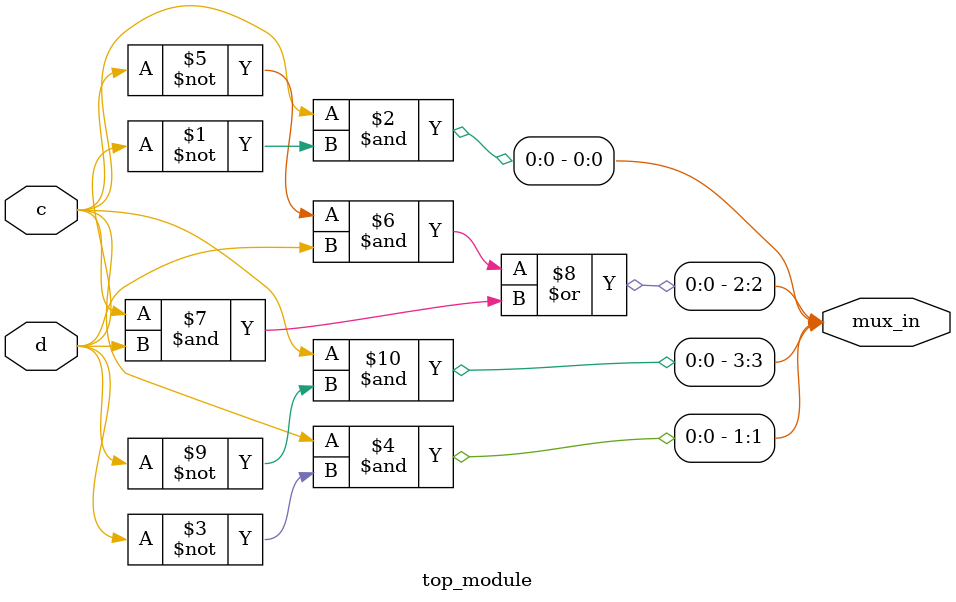
<source format=sv>
module top_module (
	input c,
	input d,
	output [3:0] mux_in
);
	// Implementing Karnaugh map using multiplexers
	
	// Input combinations and their corresponding outputs
	assign mux_in[0] = (c & ~d);
	assign mux_in[1] = (c & ~d);
	assign mux_in[2] = ((~c & d) | (c & d));
	assign mux_in[3] = (c & ~d);
	
endmodule

</source>
